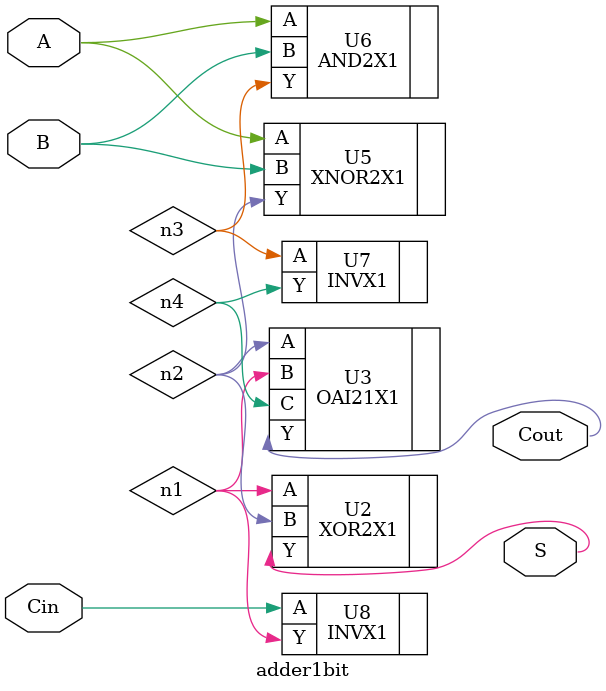
<source format=v>


module adder1bit ( A, B, Cin, S, Cout );
  input A, B, Cin;
  output S, Cout;
  wire   n1, n2, n3, n4;

  XOR2X1 U2 ( .A(n1), .B(n2), .Y(S) );
  OAI21X1 U3 ( .A(n2), .B(n1), .C(n4), .Y(Cout) );
  XNOR2X1 U5 ( .A(A), .B(B), .Y(n2) );
  AND2X1 U6 ( .A(A), .B(B), .Y(n3) );
  INVX1 U7 ( .A(n3), .Y(n4) );
  INVX1 U8 ( .A(Cin), .Y(n1) );
endmodule


</source>
